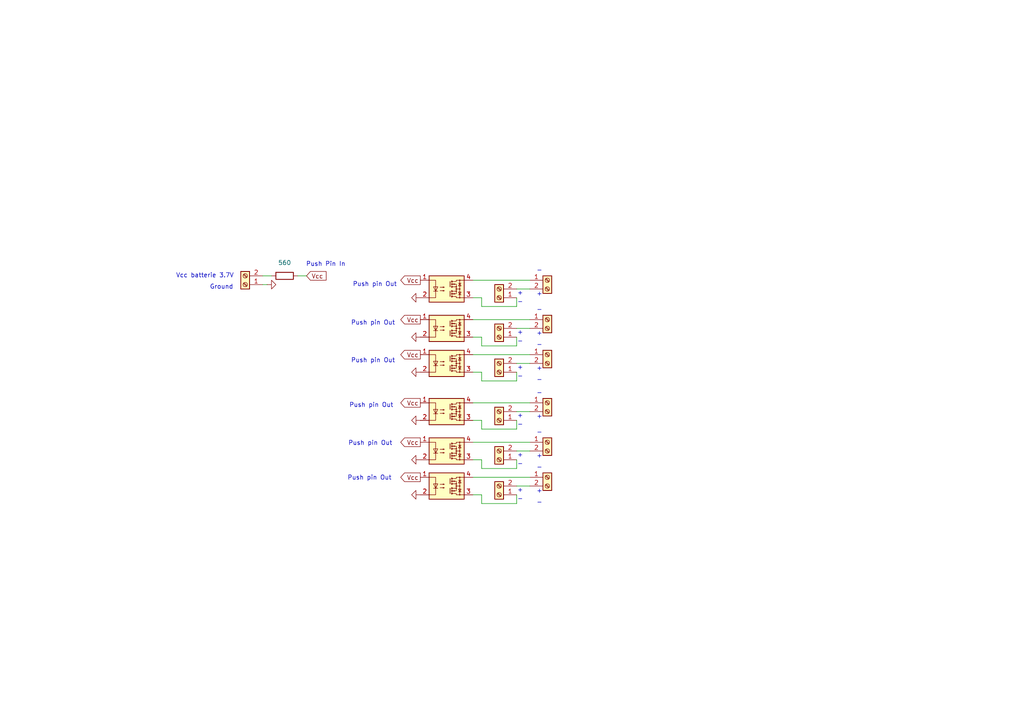
<source format=kicad_sch>
(kicad_sch
	(version 20231120)
	(generator "eeschema")
	(generator_version "8.0")
	(uuid "289b8934-f20e-47f8-ad59-8e1c99a8e72f")
	(paper "A4")
	(lib_symbols
		(symbol "Connector:Screw_Terminal_01x02"
			(pin_names
				(offset 1.016) hide)
			(exclude_from_sim no)
			(in_bom yes)
			(on_board yes)
			(property "Reference" "J"
				(at 0 2.54 0)
				(effects
					(font
						(size 1.27 1.27)
					)
				)
			)
			(property "Value" "Screw_Terminal_01x02"
				(at 0 -5.08 0)
				(effects
					(font
						(size 1.27 1.27)
					)
				)
			)
			(property "Footprint" ""
				(at 0 0 0)
				(effects
					(font
						(size 1.27 1.27)
					)
					(hide yes)
				)
			)
			(property "Datasheet" "~"
				(at 0 0 0)
				(effects
					(font
						(size 1.27 1.27)
					)
					(hide yes)
				)
			)
			(property "Description" "Generic screw terminal, single row, 01x02, script generated (kicad-library-utils/schlib/autogen/connector/)"
				(at 0 0 0)
				(effects
					(font
						(size 1.27 1.27)
					)
					(hide yes)
				)
			)
			(property "ki_keywords" "screw terminal"
				(at 0 0 0)
				(effects
					(font
						(size 1.27 1.27)
					)
					(hide yes)
				)
			)
			(property "ki_fp_filters" "TerminalBlock*:*"
				(at 0 0 0)
				(effects
					(font
						(size 1.27 1.27)
					)
					(hide yes)
				)
			)
			(symbol "Screw_Terminal_01x02_1_1"
				(rectangle
					(start -1.27 1.27)
					(end 1.27 -3.81)
					(stroke
						(width 0.254)
						(type default)
					)
					(fill
						(type background)
					)
				)
				(circle
					(center 0 -2.54)
					(radius 0.635)
					(stroke
						(width 0.1524)
						(type default)
					)
					(fill
						(type none)
					)
				)
				(polyline
					(pts
						(xy -0.5334 -2.2098) (xy 0.3302 -3.048)
					)
					(stroke
						(width 0.1524)
						(type default)
					)
					(fill
						(type none)
					)
				)
				(polyline
					(pts
						(xy -0.5334 0.3302) (xy 0.3302 -0.508)
					)
					(stroke
						(width 0.1524)
						(type default)
					)
					(fill
						(type none)
					)
				)
				(polyline
					(pts
						(xy -0.3556 -2.032) (xy 0.508 -2.8702)
					)
					(stroke
						(width 0.1524)
						(type default)
					)
					(fill
						(type none)
					)
				)
				(polyline
					(pts
						(xy -0.3556 0.508) (xy 0.508 -0.3302)
					)
					(stroke
						(width 0.1524)
						(type default)
					)
					(fill
						(type none)
					)
				)
				(circle
					(center 0 0)
					(radius 0.635)
					(stroke
						(width 0.1524)
						(type default)
					)
					(fill
						(type none)
					)
				)
				(pin passive line
					(at -5.08 0 0)
					(length 3.81)
					(name "Pin_1"
						(effects
							(font
								(size 1.27 1.27)
							)
						)
					)
					(number "1"
						(effects
							(font
								(size 1.27 1.27)
							)
						)
					)
				)
				(pin passive line
					(at -5.08 -2.54 0)
					(length 3.81)
					(name "Pin_2"
						(effects
							(font
								(size 1.27 1.27)
							)
						)
					)
					(number "2"
						(effects
							(font
								(size 1.27 1.27)
							)
						)
					)
				)
			)
		)
		(symbol "Device:R"
			(pin_numbers hide)
			(pin_names
				(offset 0)
			)
			(exclude_from_sim no)
			(in_bom yes)
			(on_board yes)
			(property "Reference" "R"
				(at 2.032 0 90)
				(effects
					(font
						(size 1.27 1.27)
					)
				)
			)
			(property "Value" "R"
				(at 0 0 90)
				(effects
					(font
						(size 1.27 1.27)
					)
				)
			)
			(property "Footprint" ""
				(at -1.778 0 90)
				(effects
					(font
						(size 1.27 1.27)
					)
					(hide yes)
				)
			)
			(property "Datasheet" "~"
				(at 0 0 0)
				(effects
					(font
						(size 1.27 1.27)
					)
					(hide yes)
				)
			)
			(property "Description" "Resistor"
				(at 0 0 0)
				(effects
					(font
						(size 1.27 1.27)
					)
					(hide yes)
				)
			)
			(property "ki_keywords" "R res resistor"
				(at 0 0 0)
				(effects
					(font
						(size 1.27 1.27)
					)
					(hide yes)
				)
			)
			(property "ki_fp_filters" "R_*"
				(at 0 0 0)
				(effects
					(font
						(size 1.27 1.27)
					)
					(hide yes)
				)
			)
			(symbol "R_0_1"
				(rectangle
					(start -1.016 -2.54)
					(end 1.016 2.54)
					(stroke
						(width 0.254)
						(type default)
					)
					(fill
						(type none)
					)
				)
			)
			(symbol "R_1_1"
				(pin passive line
					(at 0 3.81 270)
					(length 1.27)
					(name "~"
						(effects
							(font
								(size 1.27 1.27)
							)
						)
					)
					(number "1"
						(effects
							(font
								(size 1.27 1.27)
							)
						)
					)
				)
				(pin passive line
					(at 0 -3.81 90)
					(length 1.27)
					(name "~"
						(effects
							(font
								(size 1.27 1.27)
							)
						)
					)
					(number "2"
						(effects
							(font
								(size 1.27 1.27)
							)
						)
					)
				)
			)
		)
		(symbol "Relay_SolidState:CPC1017N"
			(exclude_from_sim no)
			(in_bom yes)
			(on_board yes)
			(property "Reference" "U"
				(at -5.08 5.08 0)
				(effects
					(font
						(size 1.27 1.27)
					)
					(justify left)
				)
			)
			(property "Value" "CPC1017N"
				(at 0 5.08 0)
				(effects
					(font
						(size 1.27 1.27)
					)
					(justify left)
				)
			)
			(property "Footprint" "Package_SO:SOP-4_3.8x4.1mm_P2.54mm"
				(at -5.08 -5.08 0)
				(effects
					(font
						(size 1.27 1.27)
						(italic yes)
					)
					(justify left)
					(hide yes)
				)
			)
			(property "Datasheet" "http://www.ixysic.com/home/pdfs.nsf/www/CPC1017N.pdf/$file/CPC1017N.pdf"
				(at -1.27 0 0)
				(effects
					(font
						(size 1.27 1.27)
					)
					(justify left)
					(hide yes)
				)
			)
			(property "Description" "Form A, Solid State Relay (Photo MOSFET) 60V, 0.1A, 16Ohm, SO-4"
				(at 0 0 0)
				(effects
					(font
						(size 1.27 1.27)
					)
					(hide yes)
				)
			)
			(property "ki_keywords" "MOSFET Output Photorelay 1-Form-A"
				(at 0 0 0)
				(effects
					(font
						(size 1.27 1.27)
					)
					(hide yes)
				)
			)
			(property "ki_fp_filters" "SOP*3.8x4.1mm*P2.54mm*"
				(at 0 0 0)
				(effects
					(font
						(size 1.27 1.27)
					)
					(hide yes)
				)
			)
			(symbol "CPC1017N_0_1"
				(rectangle
					(start -5.08 3.81)
					(end 5.08 -3.81)
					(stroke
						(width 0.254)
						(type default)
					)
					(fill
						(type background)
					)
				)
				(polyline
					(pts
						(xy -3.81 -0.635) (xy -2.54 -0.635)
					)
					(stroke
						(width 0)
						(type default)
					)
					(fill
						(type none)
					)
				)
				(polyline
					(pts
						(xy 1.016 -0.635) (xy 1.016 -2.159)
					)
					(stroke
						(width 0.2032)
						(type default)
					)
					(fill
						(type none)
					)
				)
				(polyline
					(pts
						(xy 1.016 2.159) (xy 1.016 0.635)
					)
					(stroke
						(width 0.2032)
						(type default)
					)
					(fill
						(type none)
					)
				)
				(polyline
					(pts
						(xy 1.524 -0.508) (xy 1.524 -0.762)
					)
					(stroke
						(width 0.3556)
						(type default)
					)
					(fill
						(type none)
					)
				)
				(polyline
					(pts
						(xy 2.794 0) (xy 3.81 0)
					)
					(stroke
						(width 0)
						(type default)
					)
					(fill
						(type none)
					)
				)
				(polyline
					(pts
						(xy 3.429 -1.651) (xy 4.191 -1.651)
					)
					(stroke
						(width 0)
						(type default)
					)
					(fill
						(type none)
					)
				)
				(polyline
					(pts
						(xy 3.429 1.651) (xy 4.191 1.651)
					)
					(stroke
						(width 0)
						(type default)
					)
					(fill
						(type none)
					)
				)
				(polyline
					(pts
						(xy 3.81 -2.54) (xy 3.81 2.54)
					)
					(stroke
						(width 0)
						(type default)
					)
					(fill
						(type none)
					)
				)
				(polyline
					(pts
						(xy 1.524 -2.032) (xy 1.524 -2.286) (xy 1.524 -2.286)
					)
					(stroke
						(width 0.3556)
						(type default)
					)
					(fill
						(type none)
					)
				)
				(polyline
					(pts
						(xy 1.524 -1.27) (xy 1.524 -1.524) (xy 1.524 -1.524)
					)
					(stroke
						(width 0.3556)
						(type default)
					)
					(fill
						(type none)
					)
				)
				(polyline
					(pts
						(xy 1.524 0.762) (xy 1.524 0.508) (xy 1.524 0.508)
					)
					(stroke
						(width 0.3556)
						(type default)
					)
					(fill
						(type none)
					)
				)
				(polyline
					(pts
						(xy 1.524 1.524) (xy 1.524 1.27) (xy 1.524 1.27)
					)
					(stroke
						(width 0.3556)
						(type default)
					)
					(fill
						(type none)
					)
				)
				(polyline
					(pts
						(xy 1.524 2.286) (xy 1.524 2.032) (xy 1.524 2.032)
					)
					(stroke
						(width 0.3556)
						(type default)
					)
					(fill
						(type none)
					)
				)
				(polyline
					(pts
						(xy 1.651 -1.397) (xy 2.794 -1.397) (xy 2.794 -0.635)
					)
					(stroke
						(width 0)
						(type default)
					)
					(fill
						(type none)
					)
				)
				(polyline
					(pts
						(xy 1.651 1.397) (xy 2.794 1.397) (xy 2.794 0.635)
					)
					(stroke
						(width 0)
						(type default)
					)
					(fill
						(type none)
					)
				)
				(polyline
					(pts
						(xy -5.08 2.54) (xy -3.175 2.54) (xy -3.175 -2.54) (xy -5.08 -2.54)
					)
					(stroke
						(width 0)
						(type default)
					)
					(fill
						(type none)
					)
				)
				(polyline
					(pts
						(xy -3.175 -0.635) (xy -3.81 0.635) (xy -2.54 0.635) (xy -3.175 -0.635)
					)
					(stroke
						(width 0)
						(type default)
					)
					(fill
						(type none)
					)
				)
				(polyline
					(pts
						(xy 1.651 -2.159) (xy 2.794 -2.159) (xy 2.794 -2.54) (xy 5.08 -2.54)
					)
					(stroke
						(width 0)
						(type default)
					)
					(fill
						(type none)
					)
				)
				(polyline
					(pts
						(xy 1.651 -0.635) (xy 2.794 -0.635) (xy 2.794 0.635) (xy 1.651 0.635)
					)
					(stroke
						(width 0)
						(type default)
					)
					(fill
						(type none)
					)
				)
				(polyline
					(pts
						(xy 1.651 2.159) (xy 2.794 2.159) (xy 2.794 2.54) (xy 5.08 2.54)
					)
					(stroke
						(width 0)
						(type default)
					)
					(fill
						(type none)
					)
				)
				(polyline
					(pts
						(xy 1.778 -1.397) (xy 2.286 -1.27) (xy 2.286 -1.524) (xy 1.778 -1.397)
					)
					(stroke
						(width 0)
						(type default)
					)
					(fill
						(type none)
					)
				)
				(polyline
					(pts
						(xy 1.778 1.397) (xy 2.286 1.524) (xy 2.286 1.27) (xy 1.778 1.397)
					)
					(stroke
						(width 0)
						(type default)
					)
					(fill
						(type none)
					)
				)
				(polyline
					(pts
						(xy 3.81 -1.651) (xy 3.429 -0.889) (xy 4.191 -0.889) (xy 3.81 -1.651)
					)
					(stroke
						(width 0)
						(type default)
					)
					(fill
						(type none)
					)
				)
				(polyline
					(pts
						(xy 3.81 1.651) (xy 3.429 0.889) (xy 4.191 0.889) (xy 3.81 1.651)
					)
					(stroke
						(width 0)
						(type default)
					)
					(fill
						(type none)
					)
				)
				(polyline
					(pts
						(xy -1.905 -0.508) (xy -0.635 -0.508) (xy -1.016 -0.635) (xy -1.016 -0.381) (xy -0.635 -0.508)
					)
					(stroke
						(width 0)
						(type default)
					)
					(fill
						(type none)
					)
				)
				(polyline
					(pts
						(xy -1.905 0.508) (xy -0.635 0.508) (xy -1.016 0.381) (xy -1.016 0.635) (xy -0.635 0.508)
					)
					(stroke
						(width 0)
						(type default)
					)
					(fill
						(type none)
					)
				)
				(circle
					(center 2.794 -0.635)
					(radius 0.127)
					(stroke
						(width 0)
						(type default)
					)
					(fill
						(type none)
					)
				)
				(circle
					(center 2.794 0)
					(radius 0.127)
					(stroke
						(width 0)
						(type default)
					)
					(fill
						(type none)
					)
				)
				(circle
					(center 2.794 0.635)
					(radius 0.127)
					(stroke
						(width 0)
						(type default)
					)
					(fill
						(type none)
					)
				)
				(circle
					(center 3.81 -2.54)
					(radius 0.127)
					(stroke
						(width 0)
						(type default)
					)
					(fill
						(type none)
					)
				)
				(circle
					(center 3.81 0)
					(radius 0.127)
					(stroke
						(width 0)
						(type default)
					)
					(fill
						(type none)
					)
				)
				(circle
					(center 3.81 2.54)
					(radius 0.127)
					(stroke
						(width 0)
						(type default)
					)
					(fill
						(type none)
					)
				)
			)
			(symbol "CPC1017N_1_1"
				(pin passive line
					(at -7.62 2.54 0)
					(length 2.54)
					(name "~"
						(effects
							(font
								(size 1.27 1.27)
							)
						)
					)
					(number "1"
						(effects
							(font
								(size 1.27 1.27)
							)
						)
					)
				)
				(pin passive line
					(at -7.62 -2.54 0)
					(length 2.54)
					(name "~"
						(effects
							(font
								(size 1.27 1.27)
							)
						)
					)
					(number "2"
						(effects
							(font
								(size 1.27 1.27)
							)
						)
					)
				)
				(pin passive line
					(at 7.62 -2.54 180)
					(length 2.54)
					(name "~"
						(effects
							(font
								(size 1.27 1.27)
							)
						)
					)
					(number "3"
						(effects
							(font
								(size 1.27 1.27)
							)
						)
					)
				)
				(pin passive line
					(at 7.62 2.54 180)
					(length 2.54)
					(name "~"
						(effects
							(font
								(size 1.27 1.27)
							)
						)
					)
					(number "4"
						(effects
							(font
								(size 1.27 1.27)
							)
						)
					)
				)
			)
		)
		(symbol "power:GND"
			(power)
			(pin_numbers hide)
			(pin_names
				(offset 0) hide)
			(exclude_from_sim no)
			(in_bom yes)
			(on_board yes)
			(property "Reference" "#PWR"
				(at 0 -6.35 0)
				(effects
					(font
						(size 1.27 1.27)
					)
					(hide yes)
				)
			)
			(property "Value" "GND"
				(at 0 -3.81 0)
				(effects
					(font
						(size 1.27 1.27)
					)
				)
			)
			(property "Footprint" ""
				(at 0 0 0)
				(effects
					(font
						(size 1.27 1.27)
					)
					(hide yes)
				)
			)
			(property "Datasheet" ""
				(at 0 0 0)
				(effects
					(font
						(size 1.27 1.27)
					)
					(hide yes)
				)
			)
			(property "Description" "Power symbol creates a global label with name \"GND\" , ground"
				(at 0 0 0)
				(effects
					(font
						(size 1.27 1.27)
					)
					(hide yes)
				)
			)
			(property "ki_keywords" "global power"
				(at 0 0 0)
				(effects
					(font
						(size 1.27 1.27)
					)
					(hide yes)
				)
			)
			(symbol "GND_0_1"
				(polyline
					(pts
						(xy 0 0) (xy 0 -1.27) (xy 1.27 -1.27) (xy 0 -2.54) (xy -1.27 -1.27) (xy 0 -1.27)
					)
					(stroke
						(width 0)
						(type default)
					)
					(fill
						(type none)
					)
				)
			)
			(symbol "GND_1_1"
				(pin power_in line
					(at 0 0 270)
					(length 0)
					(name "~"
						(effects
							(font
								(size 1.27 1.27)
							)
						)
					)
					(number "1"
						(effects
							(font
								(size 1.27 1.27)
							)
						)
					)
				)
			)
		)
	)
	(wire
		(pts
			(xy 139.7 86.36) (xy 137.16 86.36)
		)
		(stroke
			(width 0)
			(type default)
		)
		(uuid "028b5163-d2d4-466d-8f1d-b484f7a71d9e")
	)
	(wire
		(pts
			(xy 139.7 100.33) (xy 139.7 97.79)
		)
		(stroke
			(width 0)
			(type default)
		)
		(uuid "0db07795-63bc-40dc-98ef-a91e7350c322")
	)
	(wire
		(pts
			(xy 149.86 86.36) (xy 149.86 88.9)
		)
		(stroke
			(width 0)
			(type default)
		)
		(uuid "112e15ea-c59d-4acb-afc6-23077ee4e2b3")
	)
	(wire
		(pts
			(xy 149.86 143.51) (xy 149.86 146.05)
		)
		(stroke
			(width 0)
			(type default)
		)
		(uuid "1ae581dd-0f0c-4a5b-b0af-689d3923e1c9")
	)
	(wire
		(pts
			(xy 153.67 128.27) (xy 137.16 128.27)
		)
		(stroke
			(width 0)
			(type default)
		)
		(uuid "1c92d04d-73fc-4e63-84ef-c8e1233e03a7")
	)
	(wire
		(pts
			(xy 139.7 146.05) (xy 139.7 143.51)
		)
		(stroke
			(width 0)
			(type default)
		)
		(uuid "2041826a-bef9-46f2-bd9e-11203161d57b")
	)
	(wire
		(pts
			(xy 153.67 92.71) (xy 137.16 92.71)
		)
		(stroke
			(width 0)
			(type default)
		)
		(uuid "20bdf858-6bd6-4214-9224-aab89ec5ac3f")
	)
	(wire
		(pts
			(xy 78.74 80.01) (xy 76.2 80.01)
		)
		(stroke
			(width 0)
			(type default)
		)
		(uuid "23600b12-9720-44b1-8cf6-167a10838e62")
	)
	(wire
		(pts
			(xy 139.7 107.95) (xy 137.16 107.95)
		)
		(stroke
			(width 0)
			(type default)
		)
		(uuid "24c48eff-237e-4d60-8b63-f9a09bb245f1")
	)
	(wire
		(pts
			(xy 153.67 140.97) (xy 149.86 140.97)
		)
		(stroke
			(width 0)
			(type default)
		)
		(uuid "344c3522-d146-4b89-a5e4-97a2f422040d")
	)
	(wire
		(pts
			(xy 149.86 124.46) (xy 139.7 124.46)
		)
		(stroke
			(width 0)
			(type default)
		)
		(uuid "3c96a688-4375-459f-bc2c-0344ac4bd264")
	)
	(wire
		(pts
			(xy 153.67 119.38) (xy 149.86 119.38)
		)
		(stroke
			(width 0)
			(type default)
		)
		(uuid "42a99013-eb92-47ac-a28e-8145bed1a208")
	)
	(wire
		(pts
			(xy 149.86 88.9) (xy 139.7 88.9)
		)
		(stroke
			(width 0)
			(type default)
		)
		(uuid "4d154b0d-12a8-4237-9c1f-b18f8fb96cb3")
	)
	(wire
		(pts
			(xy 153.67 130.81) (xy 149.86 130.81)
		)
		(stroke
			(width 0)
			(type default)
		)
		(uuid "522d0e96-c19f-437f-9661-23e93b152a4f")
	)
	(wire
		(pts
			(xy 149.86 121.92) (xy 149.86 124.46)
		)
		(stroke
			(width 0)
			(type default)
		)
		(uuid "531d8e64-cff5-47f6-998b-5be67f39edc6")
	)
	(wire
		(pts
			(xy 139.7 135.89) (xy 139.7 133.35)
		)
		(stroke
			(width 0)
			(type default)
		)
		(uuid "5535c741-b029-4a14-81ff-6698680778ac")
	)
	(wire
		(pts
			(xy 139.7 88.9) (xy 139.7 86.36)
		)
		(stroke
			(width 0)
			(type default)
		)
		(uuid "6c4d9faf-5da3-4a8e-8c39-6b3fad2bafb5")
	)
	(wire
		(pts
			(xy 149.86 100.33) (xy 139.7 100.33)
		)
		(stroke
			(width 0)
			(type default)
		)
		(uuid "6d276c1e-0dac-4fdd-9047-ba8b307d0669")
	)
	(wire
		(pts
			(xy 149.86 83.82) (xy 153.67 83.82)
		)
		(stroke
			(width 0)
			(type default)
		)
		(uuid "717a72d0-9712-4531-9ee1-527eec455371")
	)
	(wire
		(pts
			(xy 153.67 116.84) (xy 137.16 116.84)
		)
		(stroke
			(width 0)
			(type default)
		)
		(uuid "721d90bf-0227-4ef3-b8be-9865a7e2eb54")
	)
	(wire
		(pts
			(xy 149.86 110.49) (xy 139.7 110.49)
		)
		(stroke
			(width 0)
			(type default)
		)
		(uuid "795cbafc-4c6b-435d-86df-18efdc977f02")
	)
	(wire
		(pts
			(xy 139.7 124.46) (xy 139.7 121.92)
		)
		(stroke
			(width 0)
			(type default)
		)
		(uuid "7ed8e907-e6b2-4eef-9469-bd0dc5ff52e5")
	)
	(wire
		(pts
			(xy 76.2 82.55) (xy 77.47 82.55)
		)
		(stroke
			(width 0)
			(type default)
		)
		(uuid "874313c1-cc07-412f-bce9-12213695185d")
	)
	(wire
		(pts
			(xy 153.67 95.25) (xy 149.86 95.25)
		)
		(stroke
			(width 0)
			(type default)
		)
		(uuid "87ae5bd2-85e4-4a68-813a-5e88938ce3d2")
	)
	(wire
		(pts
			(xy 139.7 143.51) (xy 137.16 143.51)
		)
		(stroke
			(width 0)
			(type default)
		)
		(uuid "8a0fd421-1c1d-45ff-abcf-a2de1064056d")
	)
	(wire
		(pts
			(xy 149.86 135.89) (xy 139.7 135.89)
		)
		(stroke
			(width 0)
			(type default)
		)
		(uuid "918c812d-30de-4e02-b536-81bdb2cec9b1")
	)
	(wire
		(pts
			(xy 139.7 110.49) (xy 139.7 107.95)
		)
		(stroke
			(width 0)
			(type default)
		)
		(uuid "9994f609-e465-413b-8822-523d01f80e46")
	)
	(wire
		(pts
			(xy 149.86 146.05) (xy 139.7 146.05)
		)
		(stroke
			(width 0)
			(type default)
		)
		(uuid "a611b1c0-a471-452c-8555-becb97d06b7b")
	)
	(wire
		(pts
			(xy 149.86 97.79) (xy 149.86 100.33)
		)
		(stroke
			(width 0)
			(type default)
		)
		(uuid "a8d23be4-75bd-4306-abfc-6cf1531ea12f")
	)
	(wire
		(pts
			(xy 149.86 133.35) (xy 149.86 135.89)
		)
		(stroke
			(width 0)
			(type default)
		)
		(uuid "bbbe25c8-23f7-42e9-8cf4-a8efbe4363c4")
	)
	(wire
		(pts
			(xy 153.67 102.87) (xy 137.16 102.87)
		)
		(stroke
			(width 0)
			(type default)
		)
		(uuid "c04a5166-8eec-475a-9213-8e97e1b5b674")
	)
	(wire
		(pts
			(xy 139.7 121.92) (xy 137.16 121.92)
		)
		(stroke
			(width 0)
			(type default)
		)
		(uuid "c2e1169c-5b5b-4567-aec4-894f24c92f1f")
	)
	(wire
		(pts
			(xy 88.9 80.01) (xy 86.36 80.01)
		)
		(stroke
			(width 0)
			(type default)
		)
		(uuid "ce98d11d-1ebc-41d5-9797-2fadf80211c7")
	)
	(wire
		(pts
			(xy 153.67 105.41) (xy 149.86 105.41)
		)
		(stroke
			(width 0)
			(type default)
		)
		(uuid "d77b8ca8-6a64-4c77-8988-53951cdcf41c")
	)
	(wire
		(pts
			(xy 153.67 138.43) (xy 137.16 138.43)
		)
		(stroke
			(width 0)
			(type default)
		)
		(uuid "e4b7ae0e-32b5-4d30-a592-15123fc22e14")
	)
	(wire
		(pts
			(xy 139.7 133.35) (xy 137.16 133.35)
		)
		(stroke
			(width 0)
			(type default)
		)
		(uuid "e58cc896-6d2b-4c46-bfe1-2a7eedf47109")
	)
	(wire
		(pts
			(xy 153.67 81.28) (xy 137.16 81.28)
		)
		(stroke
			(width 0)
			(type default)
		)
		(uuid "f58b2c8c-dbda-4579-962a-fd0404c077a2")
	)
	(wire
		(pts
			(xy 149.86 107.95) (xy 149.86 110.49)
		)
		(stroke
			(width 0)
			(type default)
		)
		(uuid "f7cee78f-94b1-4210-b159-c225aad49009")
	)
	(wire
		(pts
			(xy 139.7 97.79) (xy 137.16 97.79)
		)
		(stroke
			(width 0)
			(type default)
		)
		(uuid "fd5339ad-05f2-47c7-8621-e9dec7782899")
	)
	(text "+"
		(exclude_from_sim no)
		(at 150.876 85.09 0)
		(effects
			(font
				(size 1.27 1.27)
			)
		)
		(uuid "00f65e52-0da0-4475-bf70-0dbe98daf69e")
	)
	(text "-"
		(exclude_from_sim no)
		(at 150.876 99.06 0)
		(effects
			(font
				(size 1.27 1.27)
			)
		)
		(uuid "0abf8422-582c-4361-8be9-c2abd59f44a2")
	)
	(text "Vcc batterie 3.7V"
		(exclude_from_sim no)
		(at 59.436 80.01 0)
		(effects
			(font
				(size 1.27 1.27)
			)
		)
		(uuid "0bf8cbd1-f00b-4a37-81d9-77c82cfedd77")
	)
	(text "-"
		(exclude_from_sim no)
		(at 150.876 144.78 0)
		(effects
			(font
				(size 1.27 1.27)
			)
		)
		(uuid "14e0f5bb-65a5-4cce-af06-4977caf4d38a")
	)
	(text "+"
		(exclude_from_sim no)
		(at 150.876 96.52 0)
		(effects
			(font
				(size 1.27 1.27)
			)
		)
		(uuid "243bda70-fd80-4045-bd7b-7595e3626624")
	)
	(text "Push pin Out"
		(exclude_from_sim no)
		(at 108.712 82.55 0)
		(effects
			(font
				(size 1.27 1.27)
			)
		)
		(uuid "2bb8e958-667e-41c2-9da8-caeb1a67d004")
	)
	(text "+"
		(exclude_from_sim no)
		(at 156.464 85.344 0)
		(effects
			(font
				(size 1.27 1.27)
			)
		)
		(uuid "30654e65-e45c-4f14-b07f-6bcb34ddeb21")
	)
	(text "+"
		(exclude_from_sim no)
		(at 150.876 132.08 0)
		(effects
			(font
				(size 1.27 1.27)
			)
		)
		(uuid "467210bb-4fd7-4630-ad2a-5faf63ded19f")
	)
	(text "-"
		(exclude_from_sim no)
		(at 150.876 123.19 0)
		(effects
			(font
				(size 1.27 1.27)
			)
		)
		(uuid "4aa5c141-dc8c-4380-a7b3-9635967e6b5f")
	)
	(text "+"
		(exclude_from_sim no)
		(at 150.876 106.68 0)
		(effects
			(font
				(size 1.27 1.27)
			)
		)
		(uuid "65946a76-9fa5-4285-82d1-1d0eacc9075e")
	)
	(text "Push Pin In"
		(exclude_from_sim no)
		(at 94.488 76.708 0)
		(effects
			(font
				(size 1.27 1.27)
			)
		)
		(uuid "6a2ff380-6acc-4b4a-9abe-8840d5f46b0b")
	)
	(text "+"
		(exclude_from_sim no)
		(at 150.876 120.65 0)
		(effects
			(font
				(size 1.27 1.27)
			)
		)
		(uuid "71917223-9afe-4d34-bae2-c47a5f8e03de")
	)
	(text "Push pin Out"
		(exclude_from_sim no)
		(at 108.204 104.648 0)
		(effects
			(font
				(size 1.27 1.27)
			)
		)
		(uuid "7506c62c-6990-487e-afc5-fae334e5ce41")
	)
	(text "-"
		(exclude_from_sim no)
		(at 156.464 100.076 0)
		(effects
			(font
				(size 1.27 1.27)
			)
		)
		(uuid "75bddd57-d851-4c89-8dfa-69a14f3774cc")
	)
	(text "-"
		(exclude_from_sim no)
		(at 156.464 78.486 0)
		(effects
			(font
				(size 1.27 1.27)
			)
		)
		(uuid "87628fd5-84d9-4016-85ae-afb3dab5659e")
	)
	(text "+"
		(exclude_from_sim no)
		(at 156.464 120.904 0)
		(effects
			(font
				(size 1.27 1.27)
			)
		)
		(uuid "8e91ab32-9243-4114-a283-662be17dfb22")
	)
	(text "-"
		(exclude_from_sim no)
		(at 156.464 135.636 0)
		(effects
			(font
				(size 1.27 1.27)
			)
		)
		(uuid "8e966f28-6804-4a0e-8f5e-7fd8a195b0b3")
	)
	(text "+"
		(exclude_from_sim no)
		(at 156.464 132.334 0)
		(effects
			(font
				(size 1.27 1.27)
			)
		)
		(uuid "8eefab05-2b8e-4ca7-9e23-b092124a95e1")
	)
	(text "+"
		(exclude_from_sim no)
		(at 150.876 142.24 0)
		(effects
			(font
				(size 1.27 1.27)
			)
		)
		(uuid "915f0ca1-2c82-42ba-86de-d96124d0446a")
	)
	(text "-"
		(exclude_from_sim no)
		(at 150.876 134.62 0)
		(effects
			(font
				(size 1.27 1.27)
			)
		)
		(uuid "94815108-4d69-4fd0-a553-052d2b08d5db")
	)
	(text "-"
		(exclude_from_sim no)
		(at 156.464 110.236 0)
		(effects
			(font
				(size 1.27 1.27)
			)
		)
		(uuid "9c9731c5-47c1-40fa-b50c-4df4e673e1c9")
	)
	(text "-"
		(exclude_from_sim no)
		(at 150.876 109.22 0)
		(effects
			(font
				(size 1.27 1.27)
			)
		)
		(uuid "a39d6d29-e196-4e4b-8f5a-4b97f602fcd6")
	)
	(text "Push pin Out"
		(exclude_from_sim no)
		(at 107.696 117.602 0)
		(effects
			(font
				(size 1.27 1.27)
			)
		)
		(uuid "b377af4f-0f86-4aa1-bf7d-f36e7d49b7de")
	)
	(text "-"
		(exclude_from_sim no)
		(at 156.464 114.046 0)
		(effects
			(font
				(size 1.27 1.27)
			)
		)
		(uuid "b4013468-66ca-40cb-9292-364498a11629")
	)
	(text "+"
		(exclude_from_sim no)
		(at 156.464 96.774 0)
		(effects
			(font
				(size 1.27 1.27)
			)
		)
		(uuid "c0ffa210-41ff-42ad-a013-85218d47e7fe")
	)
	(text "Ground"
		(exclude_from_sim no)
		(at 64.262 83.312 0)
		(effects
			(font
				(size 1.27 1.27)
			)
		)
		(uuid "c83fdcef-21d1-47eb-870f-64b84bb14874")
	)
	(text "+"
		(exclude_from_sim no)
		(at 156.464 142.494 0)
		(effects
			(font
				(size 1.27 1.27)
			)
		)
		(uuid "ccd69c41-62be-46d0-9b8b-f7d9cf5f33ac")
	)
	(text "Push pin Out"
		(exclude_from_sim no)
		(at 107.188 138.684 0)
		(effects
			(font
				(size 1.27 1.27)
			)
		)
		(uuid "cd3e65cc-ec4e-4e6c-9a9e-28d711439ad8")
	)
	(text "-"
		(exclude_from_sim no)
		(at 156.464 125.476 0)
		(effects
			(font
				(size 1.27 1.27)
			)
		)
		(uuid "cf656013-c980-4b2a-8a29-337034febe31")
	)
	(text "+"
		(exclude_from_sim no)
		(at 156.464 106.934 0)
		(effects
			(font
				(size 1.27 1.27)
			)
		)
		(uuid "d7d88f22-da13-46fb-8f79-14d62d334e1b")
	)
	(text "-"
		(exclude_from_sim no)
		(at 156.464 89.916 0)
		(effects
			(font
				(size 1.27 1.27)
			)
		)
		(uuid "d800536a-da53-4d9a-bb49-e43c1a091dd3")
	)
	(text "Push pin Out"
		(exclude_from_sim no)
		(at 108.204 93.726 0)
		(effects
			(font
				(size 1.27 1.27)
			)
		)
		(uuid "e236396b-c644-44fa-8d25-4b740ec10549")
	)
	(text "Push pin Out"
		(exclude_from_sim no)
		(at 107.4124 128.6187 0)
		(effects
			(font
				(size 1.27 1.27)
			)
		)
		(uuid "e60814a6-9001-4df9-93c5-64083aff4963")
	)
	(text "-"
		(exclude_from_sim no)
		(at 150.876 87.63 0)
		(effects
			(font
				(size 1.27 1.27)
			)
		)
		(uuid "ebbe0286-bf8b-4a3e-b675-37b10b54de1e")
	)
	(text "-"
		(exclude_from_sim no)
		(at 156.464 145.796 0)
		(effects
			(font
				(size 1.27 1.27)
			)
		)
		(uuid "f2a7fb45-278e-4e9a-acfc-91f3b9078ed0")
	)
	(global_label "Vcc"
		(shape output)
		(at 121.92 116.84 180)
		(fields_autoplaced yes)
		(effects
			(font
				(size 1.27 1.27)
			)
			(justify right)
		)
		(uuid "0992ee20-aed7-46af-b350-f85de7e7284e")
		(property "Intersheetrefs" "${INTERSHEET_REFS}"
			(at 115.669 116.84 0)
			(effects
				(font
					(size 1.27 1.27)
				)
				(justify right)
				(hide yes)
			)
		)
	)
	(global_label "Vcc"
		(shape input)
		(at 88.9 80.01 0)
		(fields_autoplaced yes)
		(effects
			(font
				(size 1.27 1.27)
			)
			(justify left)
		)
		(uuid "673744db-42b6-4673-92df-e29fa09cd80e")
		(property "Intersheetrefs" "${INTERSHEET_REFS}"
			(at 95.151 80.01 0)
			(effects
				(font
					(size 1.27 1.27)
				)
				(justify left)
				(hide yes)
			)
		)
	)
	(global_label "Vcc"
		(shape output)
		(at 121.92 81.28 180)
		(fields_autoplaced yes)
		(effects
			(font
				(size 1.27 1.27)
			)
			(justify right)
		)
		(uuid "9d28ec34-c7f1-4859-a39b-76021876f661")
		(property "Intersheetrefs" "${INTERSHEET_REFS}"
			(at 115.669 81.28 0)
			(effects
				(font
					(size 1.27 1.27)
				)
				(justify right)
				(hide yes)
			)
		)
	)
	(global_label "Vcc"
		(shape output)
		(at 121.92 128.27 180)
		(fields_autoplaced yes)
		(effects
			(font
				(size 1.27 1.27)
			)
			(justify right)
		)
		(uuid "de3da47e-14af-4d3e-9b9f-4f6dd3321d4b")
		(property "Intersheetrefs" "${INTERSHEET_REFS}"
			(at 115.669 128.27 0)
			(effects
				(font
					(size 1.27 1.27)
				)
				(justify right)
				(hide yes)
			)
		)
	)
	(global_label "Vcc"
		(shape output)
		(at 121.92 92.71 180)
		(fields_autoplaced yes)
		(effects
			(font
				(size 1.27 1.27)
			)
			(justify right)
		)
		(uuid "e6003472-1324-4e4c-af0c-6aa0465362ce")
		(property "Intersheetrefs" "${INTERSHEET_REFS}"
			(at 115.669 92.71 0)
			(effects
				(font
					(size 1.27 1.27)
				)
				(justify right)
				(hide yes)
			)
		)
	)
	(global_label "Vcc"
		(shape output)
		(at 121.92 102.87 180)
		(fields_autoplaced yes)
		(effects
			(font
				(size 1.27 1.27)
			)
			(justify right)
		)
		(uuid "fad1fef5-fa76-44af-b826-a70a9a219879")
		(property "Intersheetrefs" "${INTERSHEET_REFS}"
			(at 115.669 102.87 0)
			(effects
				(font
					(size 1.27 1.27)
				)
				(justify right)
				(hide yes)
			)
		)
	)
	(global_label "Vcc"
		(shape output)
		(at 121.92 138.43 180)
		(fields_autoplaced yes)
		(effects
			(font
				(size 1.27 1.27)
			)
			(justify right)
		)
		(uuid "ffa9c082-9893-476e-aabb-8fff07d794b1")
		(property "Intersheetrefs" "${INTERSHEET_REFS}"
			(at 115.669 138.43 0)
			(effects
				(font
					(size 1.27 1.27)
				)
				(justify right)
				(hide yes)
			)
		)
	)
	(symbol
		(lib_id "Relay_SolidState:CPC1017N")
		(at 129.54 95.25 0)
		(unit 1)
		(exclude_from_sim no)
		(in_bom yes)
		(on_board yes)
		(dnp no)
		(fields_autoplaced yes)
		(uuid "022cb361-5431-452d-9b2b-f2e13748a7cc")
		(property "Reference" "U2"
			(at 129.54 86.36 0)
			(effects
				(font
					(size 1.27 1.27)
				)
				(hide yes)
			)
		)
		(property "Value" "CPC1017N"
			(at 129.54 88.9 0)
			(effects
				(font
					(size 1.27 1.27)
				)
				(hide yes)
			)
		)
		(property "Footprint" "Package_SO:SOP-4_3.8x4.1mm_P2.54mm"
			(at 124.46 100.33 0)
			(effects
				(font
					(size 1.27 1.27)
					(italic yes)
				)
				(justify left)
				(hide yes)
			)
		)
		(property "Datasheet" "http://www.ixysic.com/home/pdfs.nsf/www/CPC1017N.pdf/$file/CPC1017N.pdf"
			(at 128.27 95.25 0)
			(effects
				(font
					(size 1.27 1.27)
				)
				(justify left)
				(hide yes)
			)
		)
		(property "Description" "Form A, Solid State Relay (Photo MOSFET) 60V, 0.1A, 16Ohm, SO-4"
			(at 129.54 95.25 0)
			(effects
				(font
					(size 1.27 1.27)
				)
				(hide yes)
			)
		)
		(property "LCSC Part #" "C2760365"
			(at 129.54 95.25 0)
			(effects
				(font
					(size 1.27 1.27)
				)
				(hide yes)
			)
		)
		(pin "4"
			(uuid "ec508dca-bc73-4469-bfb2-95eb9e4af05e")
		)
		(pin "1"
			(uuid "f4584543-2a77-48c8-b815-4503a1755488")
		)
		(pin "3"
			(uuid "48a2033b-b573-4164-b62e-6ddf477679ca")
		)
		(pin "2"
			(uuid "041ff3a2-0113-443c-9e49-df7273cb9c6a")
		)
		(instances
			(project "Push Pin 2"
				(path "/289b8934-f20e-47f8-ad59-8e1c99a8e72f"
					(reference "U2")
					(unit 1)
				)
			)
		)
	)
	(symbol
		(lib_id "Connector:Screw_Terminal_01x02")
		(at 158.75 92.71 0)
		(unit 1)
		(exclude_from_sim no)
		(in_bom yes)
		(on_board yes)
		(dnp no)
		(fields_autoplaced yes)
		(uuid "105aa754-211b-40ff-8f15-4c2d56c632fa")
		(property "Reference" "J5"
			(at 158.75 101.6 0)
			(effects
				(font
					(size 1.27 1.27)
				)
				(hide yes)
			)
		)
		(property "Value" "Screw_Terminal_01x02"
			(at 158.75 99.06 0)
			(effects
				(font
					(size 1.27 1.27)
				)
				(hide yes)
			)
		)
		(property "Footprint" "Connector_AMASS:AMASS_XT30U-M_1x02_P5.0mm_Vertical"
			(at 158.75 92.71 0)
			(effects
				(font
					(size 1.27 1.27)
				)
				(hide yes)
			)
		)
		(property "Datasheet" "~"
			(at 158.75 92.71 0)
			(effects
				(font
					(size 1.27 1.27)
				)
				(hide yes)
			)
		)
		(property "Description" "Generic screw terminal, single row, 01x02, script generated (kicad-library-utils/schlib/autogen/connector/)"
			(at 158.75 92.71 0)
			(effects
				(font
					(size 1.27 1.27)
				)
				(hide yes)
			)
		)
		(property "LCSC Part #" "C129184"
			(at 158.75 92.71 0)
			(effects
				(font
					(size 1.27 1.27)
				)
				(hide yes)
			)
		)
		(pin "2"
			(uuid "1eb63e62-cf80-4040-928f-8e6f079bae6d")
		)
		(pin "1"
			(uuid "b962c294-8a48-44b6-8287-95837ff78079")
		)
		(instances
			(project "Push Pin 2"
				(path "/289b8934-f20e-47f8-ad59-8e1c99a8e72f"
					(reference "J5")
					(unit 1)
				)
			)
		)
	)
	(symbol
		(lib_id "Connector:Screw_Terminal_01x02")
		(at 158.75 116.84 0)
		(unit 1)
		(exclude_from_sim no)
		(in_bom yes)
		(on_board yes)
		(dnp no)
		(fields_autoplaced yes)
		(uuid "285f06bf-4136-4955-b782-f529cb4b130a")
		(property "Reference" "J11"
			(at 158.75 125.73 0)
			(effects
				(font
					(size 1.27 1.27)
				)
				(hide yes)
			)
		)
		(property "Value" "Screw_Terminal_01x02"
			(at 158.75 123.19 0)
			(effects
				(font
					(size 1.27 1.27)
				)
				(hide yes)
			)
		)
		(property "Footprint" "Connector_AMASS:AMASS_XT30U-M_1x02_P5.0mm_Vertical"
			(at 158.75 116.84 0)
			(effects
				(font
					(size 1.27 1.27)
				)
				(hide yes)
			)
		)
		(property "Datasheet" "~"
			(at 158.75 116.84 0)
			(effects
				(font
					(size 1.27 1.27)
				)
				(hide yes)
			)
		)
		(property "Description" "Generic screw terminal, single row, 01x02, script generated (kicad-library-utils/schlib/autogen/connector/)"
			(at 158.75 116.84 0)
			(effects
				(font
					(size 1.27 1.27)
				)
				(hide yes)
			)
		)
		(property "LCSC Part #" "C129184"
			(at 158.75 116.84 0)
			(effects
				(font
					(size 1.27 1.27)
				)
				(hide yes)
			)
		)
		(pin "2"
			(uuid "0db2bc0e-435a-401b-97c2-7c0122ef2c5e")
		)
		(pin "1"
			(uuid "fab8530a-7a9f-4e0b-8c09-c07f08023125")
		)
		(instances
			(project "Push Pin 2"
				(path "/289b8934-f20e-47f8-ad59-8e1c99a8e72f"
					(reference "J11")
					(unit 1)
				)
			)
		)
	)
	(symbol
		(lib_id "Connector:Screw_Terminal_01x02")
		(at 144.78 133.35 180)
		(unit 1)
		(exclude_from_sim no)
		(in_bom yes)
		(on_board yes)
		(dnp no)
		(fields_autoplaced yes)
		(uuid "2df7ac4f-182b-42ac-a1d7-4bab0bc3600f")
		(property "Reference" "J9"
			(at 144.78 124.46 0)
			(effects
				(font
					(size 1.27 1.27)
				)
				(hide yes)
			)
		)
		(property "Value" "Screw_Terminal_01x02"
			(at 144.78 127 0)
			(effects
				(font
					(size 1.27 1.27)
				)
				(hide yes)
			)
		)
		(property "Footprint" "Connector_AMASS:AMASS_XT30U-M_1x02_P5.0mm_Vertical"
			(at 144.78 133.35 0)
			(effects
				(font
					(size 1.27 1.27)
				)
				(hide yes)
			)
		)
		(property "Datasheet" "~"
			(at 144.78 133.35 0)
			(effects
				(font
					(size 1.27 1.27)
				)
				(hide yes)
			)
		)
		(property "Description" "Generic screw terminal, single row, 01x02, script generated (kicad-library-utils/schlib/autogen/connector/)"
			(at 144.78 133.35 0)
			(effects
				(font
					(size 1.27 1.27)
				)
				(hide yes)
			)
		)
		(property "LCSC Part #" "C129184"
			(at 144.78 133.35 0)
			(effects
				(font
					(size 1.27 1.27)
				)
				(hide yes)
			)
		)
		(pin "2"
			(uuid "5b57f080-fa65-4a7e-80ad-bf19748adc27")
		)
		(pin "1"
			(uuid "1c516a8e-24ad-436a-80eb-8b35768d9f37")
		)
		(instances
			(project "Push Pin 2"
				(path "/289b8934-f20e-47f8-ad59-8e1c99a8e72f"
					(reference "J9")
					(unit 1)
				)
			)
		)
	)
	(symbol
		(lib_id "power:GND")
		(at 121.92 107.95 270)
		(unit 1)
		(exclude_from_sim no)
		(in_bom yes)
		(on_board yes)
		(dnp no)
		(fields_autoplaced yes)
		(uuid "34c8767f-b29d-431d-8de0-72ca221df458")
		(property "Reference" "#PWR04"
			(at 115.57 107.95 0)
			(effects
				(font
					(size 1.27 1.27)
				)
				(hide yes)
			)
		)
		(property "Value" "GND"
			(at 118.11 107.9501 90)
			(effects
				(font
					(size 1.27 1.27)
				)
				(justify right)
				(hide yes)
			)
		)
		(property "Footprint" ""
			(at 121.92 107.95 0)
			(effects
				(font
					(size 1.27 1.27)
				)
				(hide yes)
			)
		)
		(property "Datasheet" ""
			(at 121.92 107.95 0)
			(effects
				(font
					(size 1.27 1.27)
				)
				(hide yes)
			)
		)
		(property "Description" "Power symbol creates a global label with name \"GND\" , ground"
			(at 121.92 107.95 0)
			(effects
				(font
					(size 1.27 1.27)
				)
				(hide yes)
			)
		)
		(pin "1"
			(uuid "c03828e6-3a9a-4a36-85f4-12a82931735d")
		)
		(instances
			(project "Push Pin 2"
				(path "/289b8934-f20e-47f8-ad59-8e1c99a8e72f"
					(reference "#PWR04")
					(unit 1)
				)
			)
		)
	)
	(symbol
		(lib_id "power:GND")
		(at 121.92 143.51 270)
		(unit 1)
		(exclude_from_sim no)
		(in_bom yes)
		(on_board yes)
		(dnp no)
		(fields_autoplaced yes)
		(uuid "3759496f-c300-4fbb-997c-4df5b60c8cec")
		(property "Reference" "#PWR07"
			(at 115.57 143.51 0)
			(effects
				(font
					(size 1.27 1.27)
				)
				(hide yes)
			)
		)
		(property "Value" "GND"
			(at 118.11 143.5101 90)
			(effects
				(font
					(size 1.27 1.27)
				)
				(justify right)
				(hide yes)
			)
		)
		(property "Footprint" ""
			(at 121.92 143.51 0)
			(effects
				(font
					(size 1.27 1.27)
				)
				(hide yes)
			)
		)
		(property "Datasheet" ""
			(at 121.92 143.51 0)
			(effects
				(font
					(size 1.27 1.27)
				)
				(hide yes)
			)
		)
		(property "Description" "Power symbol creates a global label with name \"GND\" , ground"
			(at 121.92 143.51 0)
			(effects
				(font
					(size 1.27 1.27)
				)
				(hide yes)
			)
		)
		(pin "1"
			(uuid "2b810781-bcbe-41fc-ada1-4a5f046a62dc")
		)
		(instances
			(project "Push Pin 2"
				(path "/289b8934-f20e-47f8-ad59-8e1c99a8e72f"
					(reference "#PWR07")
					(unit 1)
				)
			)
		)
	)
	(symbol
		(lib_id "power:GND")
		(at 121.92 86.36 270)
		(unit 1)
		(exclude_from_sim no)
		(in_bom yes)
		(on_board yes)
		(dnp no)
		(fields_autoplaced yes)
		(uuid "396ac7d5-1dfa-4cee-af23-4f30bec0432e")
		(property "Reference" "#PWR02"
			(at 115.57 86.36 0)
			(effects
				(font
					(size 1.27 1.27)
				)
				(hide yes)
			)
		)
		(property "Value" "GND"
			(at 118.11 86.3601 90)
			(effects
				(font
					(size 1.27 1.27)
				)
				(justify right)
				(hide yes)
			)
		)
		(property "Footprint" ""
			(at 121.92 86.36 0)
			(effects
				(font
					(size 1.27 1.27)
				)
				(hide yes)
			)
		)
		(property "Datasheet" ""
			(at 121.92 86.36 0)
			(effects
				(font
					(size 1.27 1.27)
				)
				(hide yes)
			)
		)
		(property "Description" "Power symbol creates a global label with name \"GND\" , ground"
			(at 121.92 86.36 0)
			(effects
				(font
					(size 1.27 1.27)
				)
				(hide yes)
			)
		)
		(pin "1"
			(uuid "763dd69f-0370-4aac-b02f-d1ecfbb916e0")
		)
		(instances
			(project "Push Pin 2"
				(path "/289b8934-f20e-47f8-ad59-8e1c99a8e72f"
					(reference "#PWR02")
					(unit 1)
				)
			)
		)
	)
	(symbol
		(lib_id "Relay_SolidState:CPC1017N")
		(at 129.54 105.41 0)
		(unit 1)
		(exclude_from_sim no)
		(in_bom yes)
		(on_board yes)
		(dnp no)
		(fields_autoplaced yes)
		(uuid "3da3b79d-6bd8-45f3-a733-1db66da1745d")
		(property "Reference" "U3"
			(at 129.54 96.52 0)
			(effects
				(font
					(size 1.27 1.27)
				)
				(hide yes)
			)
		)
		(property "Value" "CPC1017N"
			(at 129.54 99.06 0)
			(effects
				(font
					(size 1.27 1.27)
				)
				(hide yes)
			)
		)
		(property "Footprint" "Package_SO:SOP-4_3.8x4.1mm_P2.54mm"
			(at 124.46 110.49 0)
			(effects
				(font
					(size 1.27 1.27)
					(italic yes)
				)
				(justify left)
				(hide yes)
			)
		)
		(property "Datasheet" "http://www.ixysic.com/home/pdfs.nsf/www/CPC1017N.pdf/$file/CPC1017N.pdf"
			(at 128.27 105.41 0)
			(effects
				(font
					(size 1.27 1.27)
				)
				(justify left)
				(hide yes)
			)
		)
		(property "Description" "Form A, Solid State Relay (Photo MOSFET) 60V, 0.1A, 16Ohm, SO-4"
			(at 129.54 105.41 0)
			(effects
				(font
					(size 1.27 1.27)
				)
				(hide yes)
			)
		)
		(property "LCSC Part #" "C2760365"
			(at 129.54 105.41 0)
			(effects
				(font
					(size 1.27 1.27)
				)
				(hide yes)
			)
		)
		(pin "4"
			(uuid "5b9578b0-c978-4b68-ba0e-d7b6d3c4405c")
		)
		(pin "1"
			(uuid "5944c1eb-f06a-450e-9f13-adaa6820642f")
		)
		(pin "3"
			(uuid "30a4279e-dfdd-48ec-a58a-9177d2d8b452")
		)
		(pin "2"
			(uuid "49e1b727-6402-4c29-a4ce-1feb44de4bfa")
		)
		(instances
			(project "Push Pin 2"
				(path "/289b8934-f20e-47f8-ad59-8e1c99a8e72f"
					(reference "U3")
					(unit 1)
				)
			)
		)
	)
	(symbol
		(lib_id "Connector:Screw_Terminal_01x02")
		(at 144.78 107.95 180)
		(unit 1)
		(exclude_from_sim no)
		(in_bom yes)
		(on_board yes)
		(dnp no)
		(fields_autoplaced yes)
		(uuid "440d7390-f1b0-438c-9b91-2933481dcbd4")
		(property "Reference" "J6"
			(at 144.78 99.06 0)
			(effects
				(font
					(size 1.27 1.27)
				)
				(hide yes)
			)
		)
		(property "Value" "Screw_Terminal_01x02"
			(at 144.78 101.6 0)
			(effects
				(font
					(size 1.27 1.27)
				)
				(hide yes)
			)
		)
		(property "Footprint" "Connector_AMASS:AMASS_XT30U-M_1x02_P5.0mm_Vertical"
			(at 144.78 107.95 0)
			(effects
				(font
					(size 1.27 1.27)
				)
				(hide yes)
			)
		)
		(property "Datasheet" "~"
			(at 144.78 107.95 0)
			(effects
				(font
					(size 1.27 1.27)
				)
				(hide yes)
			)
		)
		(property "Description" "Generic screw terminal, single row, 01x02, script generated (kicad-library-utils/schlib/autogen/connector/)"
			(at 144.78 107.95 0)
			(effects
				(font
					(size 1.27 1.27)
				)
				(hide yes)
			)
		)
		(property "LCSC Part #" "C129184"
			(at 144.78 107.95 0)
			(effects
				(font
					(size 1.27 1.27)
				)
				(hide yes)
			)
		)
		(pin "2"
			(uuid "46058dd5-9c20-488b-8877-d9d9c7aef528")
		)
		(pin "1"
			(uuid "95061530-2ecc-426e-9be0-1526cf8edace")
		)
		(instances
			(project "Push Pin 2"
				(path "/289b8934-f20e-47f8-ad59-8e1c99a8e72f"
					(reference "J6")
					(unit 1)
				)
			)
		)
	)
	(symbol
		(lib_id "power:GND")
		(at 77.47 82.55 90)
		(unit 1)
		(exclude_from_sim no)
		(in_bom yes)
		(on_board yes)
		(dnp no)
		(fields_autoplaced yes)
		(uuid "5264fd92-6375-4d81-bb82-9a9e42f1cec2")
		(property "Reference" "#PWR01"
			(at 83.82 82.55 0)
			(effects
				(font
					(size 1.27 1.27)
				)
				(hide yes)
			)
		)
		(property "Value" "GND"
			(at 81.28 82.5499 90)
			(effects
				(font
					(size 1.27 1.27)
				)
				(justify right)
				(hide yes)
			)
		)
		(property "Footprint" ""
			(at 77.47 82.55 0)
			(effects
				(font
					(size 1.27 1.27)
				)
				(hide yes)
			)
		)
		(property "Datasheet" ""
			(at 77.47 82.55 0)
			(effects
				(font
					(size 1.27 1.27)
				)
				(hide yes)
			)
		)
		(property "Description" "Power symbol creates a global label with name \"GND\" , ground"
			(at 77.47 82.55 0)
			(effects
				(font
					(size 1.27 1.27)
				)
				(hide yes)
			)
		)
		(pin "1"
			(uuid "a878b430-2d00-4261-8bb7-fb2b90e69f22")
		)
		(instances
			(project "Push Pin 2"
				(path "/289b8934-f20e-47f8-ad59-8e1c99a8e72f"
					(reference "#PWR01")
					(unit 1)
				)
			)
		)
	)
	(symbol
		(lib_id "power:GND")
		(at 121.92 121.92 270)
		(unit 1)
		(exclude_from_sim no)
		(in_bom yes)
		(on_board yes)
		(dnp no)
		(fields_autoplaced yes)
		(uuid "6fa4429b-ef41-4223-b1d5-f6985aa4eacc")
		(property "Reference" "#PWR05"
			(at 115.57 121.92 0)
			(effects
				(font
					(size 1.27 1.27)
				)
				(hide yes)
			)
		)
		(property "Value" "GND"
			(at 118.11 121.9201 90)
			(effects
				(font
					(size 1.27 1.27)
				)
				(justify right)
				(hide yes)
			)
		)
		(property "Footprint" ""
			(at 121.92 121.92 0)
			(effects
				(font
					(size 1.27 1.27)
				)
				(hide yes)
			)
		)
		(property "Datasheet" ""
			(at 121.92 121.92 0)
			(effects
				(font
					(size 1.27 1.27)
				)
				(hide yes)
			)
		)
		(property "Description" "Power symbol creates a global label with name \"GND\" , ground"
			(at 121.92 121.92 0)
			(effects
				(font
					(size 1.27 1.27)
				)
				(hide yes)
			)
		)
		(pin "1"
			(uuid "663ca728-a6bb-4465-878e-61257f572ad0")
		)
		(instances
			(project "Push Pin 2"
				(path "/289b8934-f20e-47f8-ad59-8e1c99a8e72f"
					(reference "#PWR05")
					(unit 1)
				)
			)
		)
	)
	(symbol
		(lib_id "Connector:Screw_Terminal_01x02")
		(at 144.78 97.79 180)
		(unit 1)
		(exclude_from_sim no)
		(in_bom yes)
		(on_board yes)
		(dnp no)
		(fields_autoplaced yes)
		(uuid "86b09f8c-7e36-4dea-800a-75fef0d8ea66")
		(property "Reference" "J4"
			(at 144.78 88.9 0)
			(effects
				(font
					(size 1.27 1.27)
				)
				(hide yes)
			)
		)
		(property "Value" "Screw_Terminal_01x02"
			(at 144.78 91.44 0)
			(effects
				(font
					(size 1.27 1.27)
				)
				(hide yes)
			)
		)
		(property "Footprint" "Connector_AMASS:AMASS_XT30U-M_1x02_P5.0mm_Vertical"
			(at 144.78 97.79 0)
			(effects
				(font
					(size 1.27 1.27)
				)
				(hide yes)
			)
		)
		(property "Datasheet" "~"
			(at 144.78 97.79 0)
			(effects
				(font
					(size 1.27 1.27)
				)
				(hide yes)
			)
		)
		(property "Description" "Generic screw terminal, single row, 01x02, script generated (kicad-library-utils/schlib/autogen/connector/)"
			(at 144.78 97.79 0)
			(effects
				(font
					(size 1.27 1.27)
				)
				(hide yes)
			)
		)
		(property "LCSC Part #" "C129184"
			(at 144.78 97.79 0)
			(effects
				(font
					(size 1.27 1.27)
				)
				(hide yes)
			)
		)
		(pin "2"
			(uuid "61ba4732-7470-416e-a3a7-6b6eb51c6c2e")
		)
		(pin "1"
			(uuid "9f4f5d8b-bb79-46b9-945b-3e36c85203f9")
		)
		(instances
			(project "Push Pin 2"
				(path "/289b8934-f20e-47f8-ad59-8e1c99a8e72f"
					(reference "J4")
					(unit 1)
				)
			)
		)
	)
	(symbol
		(lib_id "Relay_SolidState:CPC1017N")
		(at 129.54 140.97 0)
		(unit 1)
		(exclude_from_sim no)
		(in_bom yes)
		(on_board yes)
		(dnp no)
		(fields_autoplaced yes)
		(uuid "8d76ff50-dc30-4f85-afde-7d9702e16d01")
		(property "Reference" "U6"
			(at 129.54 132.08 0)
			(effects
				(font
					(size 1.27 1.27)
				)
				(hide yes)
			)
		)
		(property "Value" "CPC1017N"
			(at 129.54 134.62 0)
			(effects
				(font
					(size 1.27 1.27)
				)
				(hide yes)
			)
		)
		(property "Footprint" "Package_SO:SOP-4_3.8x4.1mm_P2.54mm"
			(at 124.46 146.05 0)
			(effects
				(font
					(size 1.27 1.27)
					(italic yes)
				)
				(justify left)
				(hide yes)
			)
		)
		(property "Datasheet" "http://www.ixysic.com/home/pdfs.nsf/www/CPC1017N.pdf/$file/CPC1017N.pdf"
			(at 128.27 140.97 0)
			(effects
				(font
					(size 1.27 1.27)
				)
				(justify left)
				(hide yes)
			)
		)
		(property "Description" "Form A, Solid State Relay (Photo MOSFET) 60V, 0.1A, 16Ohm, SO-4"
			(at 129.54 140.97 0)
			(effects
				(font
					(size 1.27 1.27)
				)
				(hide yes)
			)
		)
		(property "LCSC Part #" "C2760365"
			(at 129.54 140.97 0)
			(effects
				(font
					(size 1.27 1.27)
				)
				(hide yes)
			)
		)
		(pin "4"
			(uuid "d790b704-35fe-4f12-987f-3782b0a76434")
		)
		(pin "1"
			(uuid "4b4a915a-4f65-4e21-a8dd-bd8ce583eb0a")
		)
		(pin "3"
			(uuid "b7e74ef2-093a-4f04-9d96-6d6e65ea7e9b")
		)
		(pin "2"
			(uuid "3ccbb8cb-d667-4d16-b3d5-1f026f9a65f7")
		)
		(instances
			(project "Push Pin 2"
				(path "/289b8934-f20e-47f8-ad59-8e1c99a8e72f"
					(reference "U6")
					(unit 1)
				)
			)
		)
	)
	(symbol
		(lib_id "Connector:Screw_Terminal_01x02")
		(at 144.78 121.92 180)
		(unit 1)
		(exclude_from_sim no)
		(in_bom yes)
		(on_board yes)
		(dnp no)
		(fields_autoplaced yes)
		(uuid "9091c684-ca8f-47aa-9946-88518cdde54e")
		(property "Reference" "J8"
			(at 144.78 113.03 0)
			(effects
				(font
					(size 1.27 1.27)
				)
				(hide yes)
			)
		)
		(property "Value" "Screw_Terminal_01x02"
			(at 144.78 115.57 0)
			(effects
				(font
					(size 1.27 1.27)
				)
				(hide yes)
			)
		)
		(property "Footprint" "Connector_AMASS:AMASS_XT30U-M_1x02_P5.0mm_Vertical"
			(at 144.78 121.92 0)
			(effects
				(font
					(size 1.27 1.27)
				)
				(hide yes)
			)
		)
		(property "Datasheet" "~"
			(at 144.78 121.92 0)
			(effects
				(font
					(size 1.27 1.27)
				)
				(hide yes)
			)
		)
		(property "Description" "Generic screw terminal, single row, 01x02, script generated (kicad-library-utils/schlib/autogen/connector/)"
			(at 144.78 121.92 0)
			(effects
				(font
					(size 1.27 1.27)
				)
				(hide yes)
			)
		)
		(property "LCSC Part #" "C129184"
			(at 144.78 121.92 0)
			(effects
				(font
					(size 1.27 1.27)
				)
				(hide yes)
			)
		)
		(pin "2"
			(uuid "12b3fb53-5c9f-4c92-8063-84142bbf5cc4")
		)
		(pin "1"
			(uuid "0ce222a0-4d0f-4f81-bb26-a9a99fa2e215")
		)
		(instances
			(project "Push Pin 2"
				(path "/289b8934-f20e-47f8-ad59-8e1c99a8e72f"
					(reference "J8")
					(unit 1)
				)
			)
		)
	)
	(symbol
		(lib_id "Relay_SolidState:CPC1017N")
		(at 129.54 130.81 0)
		(unit 1)
		(exclude_from_sim no)
		(in_bom yes)
		(on_board yes)
		(dnp no)
		(fields_autoplaced yes)
		(uuid "90e15cd2-fee9-412d-a491-b801bcd6fcea")
		(property "Reference" "U5"
			(at 129.54 121.92 0)
			(effects
				(font
					(size 1.27 1.27)
				)
				(hide yes)
			)
		)
		(property "Value" "CPC1017N"
			(at 129.54 124.46 0)
			(effects
				(font
					(size 1.27 1.27)
				)
				(hide yes)
			)
		)
		(property "Footprint" "Package_SO:SOP-4_3.8x4.1mm_P2.54mm"
			(at 124.46 135.89 0)
			(effects
				(font
					(size 1.27 1.27)
					(italic yes)
				)
				(justify left)
				(hide yes)
			)
		)
		(property "Datasheet" "http://www.ixysic.com/home/pdfs.nsf/www/CPC1017N.pdf/$file/CPC1017N.pdf"
			(at 128.27 130.81 0)
			(effects
				(font
					(size 1.27 1.27)
				)
				(justify left)
				(hide yes)
			)
		)
		(property "Description" "Form A, Solid State Relay (Photo MOSFET) 60V, 0.1A, 16Ohm, SO-4"
			(at 129.54 130.81 0)
			(effects
				(font
					(size 1.27 1.27)
				)
				(hide yes)
			)
		)
		(property "LCSC Part #" "C2760365"
			(at 129.54 130.81 0)
			(effects
				(font
					(size 1.27 1.27)
				)
				(hide yes)
			)
		)
		(pin "4"
			(uuid "f0132455-21c8-4997-b45f-ce873d392ef1")
		)
		(pin "1"
			(uuid "cd85a4bf-6c10-4a68-bbbc-366c2e603274")
		)
		(pin "3"
			(uuid "84f4d034-0fa1-45d3-84f5-812ba511e707")
		)
		(pin "2"
			(uuid "80a019f0-78f2-40f2-b5d4-bc93968e7f7b")
		)
		(instances
			(project "Push Pin 2"
				(path "/289b8934-f20e-47f8-ad59-8e1c99a8e72f"
					(reference "U5")
					(unit 1)
				)
			)
		)
	)
	(symbol
		(lib_id "Connector:Screw_Terminal_01x02")
		(at 158.75 102.87 0)
		(unit 1)
		(exclude_from_sim no)
		(in_bom yes)
		(on_board yes)
		(dnp no)
		(fields_autoplaced yes)
		(uuid "9be9ade1-bf1e-4e84-ac03-f18119cadfb5")
		(property "Reference" "J7"
			(at 158.75 111.76 0)
			(effects
				(font
					(size 1.27 1.27)
				)
				(hide yes)
			)
		)
		(property "Value" "Screw_Terminal_01x02"
			(at 158.75 109.22 0)
			(effects
				(font
					(size 1.27 1.27)
				)
				(hide yes)
			)
		)
		(property "Footprint" "Connector_AMASS:AMASS_XT30U-M_1x02_P5.0mm_Vertical"
			(at 158.75 102.87 0)
			(effects
				(font
					(size 1.27 1.27)
				)
				(hide yes)
			)
		)
		(property "Datasheet" "~"
			(at 158.75 102.87 0)
			(effects
				(font
					(size 1.27 1.27)
				)
				(hide yes)
			)
		)
		(property "Description" "Generic screw terminal, single row, 01x02, script generated (kicad-library-utils/schlib/autogen/connector/)"
			(at 158.75 102.87 0)
			(effects
				(font
					(size 1.27 1.27)
				)
				(hide yes)
			)
		)
		(property "LCSC Part #" "C129184"
			(at 158.75 102.87 0)
			(effects
				(font
					(size 1.27 1.27)
				)
				(hide yes)
			)
		)
		(pin "2"
			(uuid "2a7bd765-0660-4e7a-a95a-19807bb402ff")
		)
		(pin "1"
			(uuid "9968abdc-465a-44eb-ac03-c43d7dd18233")
		)
		(instances
			(project "Push Pin 2"
				(path "/289b8934-f20e-47f8-ad59-8e1c99a8e72f"
					(reference "J7")
					(unit 1)
				)
			)
		)
	)
	(symbol
		(lib_id "Connector:Screw_Terminal_01x02")
		(at 158.75 128.27 0)
		(unit 1)
		(exclude_from_sim no)
		(in_bom yes)
		(on_board yes)
		(dnp no)
		(fields_autoplaced yes)
		(uuid "a4760b24-46fb-45e9-80c1-120e18ed1191")
		(property "Reference" "J12"
			(at 158.75 137.16 0)
			(effects
				(font
					(size 1.27 1.27)
				)
				(hide yes)
			)
		)
		(property "Value" "Screw_Terminal_01x02"
			(at 158.75 134.62 0)
			(effects
				(font
					(size 1.27 1.27)
				)
				(hide yes)
			)
		)
		(property "Footprint" "Connector_AMASS:AMASS_XT30U-M_1x02_P5.0mm_Vertical"
			(at 158.75 128.27 0)
			(effects
				(font
					(size 1.27 1.27)
				)
				(hide yes)
			)
		)
		(property "Datasheet" "~"
			(at 158.75 128.27 0)
			(effects
				(font
					(size 1.27 1.27)
				)
				(hide yes)
			)
		)
		(property "Description" "Generic screw terminal, single row, 01x02, script generated (kicad-library-utils/schlib/autogen/connector/)"
			(at 158.75 128.27 0)
			(effects
				(font
					(size 1.27 1.27)
				)
				(hide yes)
			)
		)
		(property "LCSC Part #" "C129184"
			(at 158.75 128.27 0)
			(effects
				(font
					(size 1.27 1.27)
				)
				(hide yes)
			)
		)
		(pin "2"
			(uuid "af24d124-4696-443f-9186-b4a34cce7b8e")
		)
		(pin "1"
			(uuid "59ab794c-37c7-4fe6-bc9e-44e6ffa53dcb")
		)
		(instances
			(project "Push Pin 2"
				(path "/289b8934-f20e-47f8-ad59-8e1c99a8e72f"
					(reference "J12")
					(unit 1)
				)
			)
		)
	)
	(symbol
		(lib_id "Connector:Screw_Terminal_01x02")
		(at 158.75 81.28 0)
		(unit 1)
		(exclude_from_sim no)
		(in_bom yes)
		(on_board yes)
		(dnp no)
		(fields_autoplaced yes)
		(uuid "a50742df-45b2-48cf-9c4a-f567b26717d7")
		(property "Reference" "J3"
			(at 158.75 90.17 0)
			(effects
				(font
					(size 1.27 1.27)
				)
				(hide yes)
			)
		)
		(property "Value" "Screw_Terminal_01x02"
			(at 158.75 87.63 0)
			(effects
				(font
					(size 1.27 1.27)
				)
				(hide yes)
			)
		)
		(property "Footprint" "Connector_AMASS:AMASS_XT60-F_1x02_P7.20mm_Vertical"
			(at 158.75 81.28 0)
			(effects
				(font
					(size 1.27 1.27)
				)
				(hide yes)
			)
		)
		(property "Datasheet" "~"
			(at 158.75 81.28 0)
			(effects
				(font
					(size 1.27 1.27)
				)
				(hide yes)
			)
		)
		(property "Description" "Generic screw terminal, single row, 01x02, script generated (kicad-library-utils/schlib/autogen/connector/)"
			(at 158.75 81.28 0)
			(effects
				(font
					(size 1.27 1.27)
				)
				(hide yes)
			)
		)
		(property "LCSC Part #" "C129184"
			(at 158.75 81.28 0)
			(effects
				(font
					(size 1.27 1.27)
				)
				(hide yes)
			)
		)
		(pin "2"
			(uuid "5718e365-087f-4625-94e5-3f61eca2d323")
		)
		(pin "1"
			(uuid "52feb74f-e32a-4120-bd06-b8efe68d76d3")
		)
		(instances
			(project "Push Pin 2"
				(path "/289b8934-f20e-47f8-ad59-8e1c99a8e72f"
					(reference "J3")
					(unit 1)
				)
			)
		)
	)
	(symbol
		(lib_id "Connector:Screw_Terminal_01x02")
		(at 158.75 138.43 0)
		(unit 1)
		(exclude_from_sim no)
		(in_bom yes)
		(on_board yes)
		(dnp no)
		(fields_autoplaced yes)
		(uuid "cd12aacb-b59a-4334-9058-55a9cee6392e")
		(property "Reference" "J13"
			(at 158.75 147.32 0)
			(effects
				(font
					(size 1.27 1.27)
				)
				(hide yes)
			)
		)
		(property "Value" "Screw_Terminal_01x02"
			(at 158.75 144.78 0)
			(effects
				(font
					(size 1.27 1.27)
				)
				(hide yes)
			)
		)
		(property "Footprint" "Connector_AMASS:AMASS_XT30U-M_1x02_P5.0mm_Vertical"
			(at 158.75 138.43 0)
			(effects
				(font
					(size 1.27 1.27)
				)
				(hide yes)
			)
		)
		(property "Datasheet" "~"
			(at 158.75 138.43 0)
			(effects
				(font
					(size 1.27 1.27)
				)
				(hide yes)
			)
		)
		(property "Description" "Generic screw terminal, single row, 01x02, script generated (kicad-library-utils/schlib/autogen/connector/)"
			(at 158.75 138.43 0)
			(effects
				(font
					(size 1.27 1.27)
				)
				(hide yes)
			)
		)
		(property "LCSC Part #" "C129184"
			(at 158.75 138.43 0)
			(effects
				(font
					(size 1.27 1.27)
				)
				(hide yes)
			)
		)
		(pin "2"
			(uuid "45b2cff7-0a7d-459b-a6e7-34d237b6d6ef")
		)
		(pin "1"
			(uuid "015ca0e0-3af4-40d6-bc82-696195e62125")
		)
		(instances
			(project "Push Pin 2"
				(path "/289b8934-f20e-47f8-ad59-8e1c99a8e72f"
					(reference "J13")
					(unit 1)
				)
			)
		)
	)
	(symbol
		(lib_id "Connector:Screw_Terminal_01x02")
		(at 71.12 82.55 180)
		(unit 1)
		(exclude_from_sim no)
		(in_bom yes)
		(on_board yes)
		(dnp no)
		(fields_autoplaced yes)
		(uuid "cdf35228-298e-488e-9f9c-0c93b57c7f00")
		(property "Reference" "J1"
			(at 71.12 73.66 0)
			(effects
				(font
					(size 1.27 1.27)
				)
				(hide yes)
			)
		)
		(property "Value" "Screw_Terminal_01x02"
			(at 71.12 76.2 0)
			(effects
				(font
					(size 1.27 1.27)
				)
				(hide yes)
			)
		)
		(property "Footprint" "Connector_AMASS:AMASS_XT30U-M_1x02_P5.0mm_Vertical"
			(at 71.12 82.55 0)
			(effects
				(font
					(size 1.27 1.27)
				)
				(hide yes)
			)
		)
		(property "Datasheet" "~"
			(at 71.12 82.55 0)
			(effects
				(font
					(size 1.27 1.27)
				)
				(hide yes)
			)
		)
		(property "Description" "Generic screw terminal, single row, 01x02, script generated (kicad-library-utils/schlib/autogen/connector/)"
			(at 71.12 82.55 0)
			(effects
				(font
					(size 1.27 1.27)
				)
				(hide yes)
			)
		)
		(property "LCSC Part #" "C129184"
			(at 71.12 82.55 0)
			(effects
				(font
					(size 1.27 1.27)
				)
				(hide yes)
			)
		)
		(pin "2"
			(uuid "000691c3-fca7-4839-9c63-47a4f9d30898")
		)
		(pin "1"
			(uuid "6bf5449b-ab1b-4b80-ac30-41f217dccdc7")
		)
		(instances
			(project "Push Pin 2"
				(path "/289b8934-f20e-47f8-ad59-8e1c99a8e72f"
					(reference "J1")
					(unit 1)
				)
			)
		)
	)
	(symbol
		(lib_id "power:GND")
		(at 121.92 133.35 270)
		(unit 1)
		(exclude_from_sim no)
		(in_bom yes)
		(on_board yes)
		(dnp no)
		(fields_autoplaced yes)
		(uuid "d3068c8f-a4ce-463b-b3ef-320d6a660c92")
		(property "Reference" "#PWR06"
			(at 115.57 133.35 0)
			(effects
				(font
					(size 1.27 1.27)
				)
				(hide yes)
			)
		)
		(property "Value" "GND"
			(at 118.11 133.3501 90)
			(effects
				(font
					(size 1.27 1.27)
				)
				(justify right)
				(hide yes)
			)
		)
		(property "Footprint" ""
			(at 121.92 133.35 0)
			(effects
				(font
					(size 1.27 1.27)
				)
				(hide yes)
			)
		)
		(property "Datasheet" ""
			(at 121.92 133.35 0)
			(effects
				(font
					(size 1.27 1.27)
				)
				(hide yes)
			)
		)
		(property "Description" "Power symbol creates a global label with name \"GND\" , ground"
			(at 121.92 133.35 0)
			(effects
				(font
					(size 1.27 1.27)
				)
				(hide yes)
			)
		)
		(pin "1"
			(uuid "721a85e6-672a-4f31-8e75-882010a9608f")
		)
		(instances
			(project "Push Pin 2"
				(path "/289b8934-f20e-47f8-ad59-8e1c99a8e72f"
					(reference "#PWR06")
					(unit 1)
				)
			)
		)
	)
	(symbol
		(lib_id "Relay_SolidState:CPC1017N")
		(at 129.54 119.38 0)
		(unit 1)
		(exclude_from_sim no)
		(in_bom yes)
		(on_board yes)
		(dnp no)
		(fields_autoplaced yes)
		(uuid "d94ccb4f-2e5e-4a11-b27b-3d97f52846a1")
		(property "Reference" "U4"
			(at 129.54 110.49 0)
			(effects
				(font
					(size 1.27 1.27)
				)
				(hide yes)
			)
		)
		(property "Value" "CPC1017N"
			(at 129.54 113.03 0)
			(effects
				(font
					(size 1.27 1.27)
				)
				(hide yes)
			)
		)
		(property "Footprint" "Package_SO:SOP-4_3.8x4.1mm_P2.54mm"
			(at 124.46 124.46 0)
			(effects
				(font
					(size 1.27 1.27)
					(italic yes)
				)
				(justify left)
				(hide yes)
			)
		)
		(property "Datasheet" "http://www.ixysic.com/home/pdfs.nsf/www/CPC1017N.pdf/$file/CPC1017N.pdf"
			(at 128.27 119.38 0)
			(effects
				(font
					(size 1.27 1.27)
				)
				(justify left)
				(hide yes)
			)
		)
		(property "Description" "Form A, Solid State Relay (Photo MOSFET) 60V, 0.1A, 16Ohm, SO-4"
			(at 129.54 119.38 0)
			(effects
				(font
					(size 1.27 1.27)
				)
				(hide yes)
			)
		)
		(property "LCSC Part #" "C2760365"
			(at 129.54 119.38 0)
			(effects
				(font
					(size 1.27 1.27)
				)
				(hide yes)
			)
		)
		(pin "4"
			(uuid "896c6d9c-f482-4f92-b441-4cc740d93b90")
		)
		(pin "1"
			(uuid "09569c95-8be1-4a5b-9ef8-0b78da9d8abd")
		)
		(pin "3"
			(uuid "ea76caca-1e01-4ba9-b8e3-8e579a8b0784")
		)
		(pin "2"
			(uuid "b47e4825-b61d-49ef-9e8f-942f3b84a4fa")
		)
		(instances
			(project "Push Pin 2"
				(path "/289b8934-f20e-47f8-ad59-8e1c99a8e72f"
					(reference "U4")
					(unit 1)
				)
			)
		)
	)
	(symbol
		(lib_id "Connector:Screw_Terminal_01x02")
		(at 144.78 143.51 180)
		(unit 1)
		(exclude_from_sim no)
		(in_bom yes)
		(on_board yes)
		(dnp no)
		(fields_autoplaced yes)
		(uuid "dfdfa5b9-a792-42b5-afa0-e26ad2084081")
		(property "Reference" "J10"
			(at 144.78 134.62 0)
			(effects
				(font
					(size 1.27 1.27)
				)
				(hide yes)
			)
		)
		(property "Value" "Screw_Terminal_01x02"
			(at 144.78 137.16 0)
			(effects
				(font
					(size 1.27 1.27)
				)
				(hide yes)
			)
		)
		(property "Footprint" "Connector_AMASS:AMASS_XT30U-M_1x02_P5.0mm_Vertical"
			(at 144.78 143.51 0)
			(effects
				(font
					(size 1.27 1.27)
				)
				(hide yes)
			)
		)
		(property "Datasheet" "~"
			(at 144.78 143.51 0)
			(effects
				(font
					(size 1.27 1.27)
				)
				(hide yes)
			)
		)
		(property "Description" "Generic screw terminal, single row, 01x02, script generated (kicad-library-utils/schlib/autogen/connector/)"
			(at 144.78 143.51 0)
			(effects
				(font
					(size 1.27 1.27)
				)
				(hide yes)
			)
		)
		(property "LCSC Part #" "C129184"
			(at 144.78 143.51 0)
			(effects
				(font
					(size 1.27 1.27)
				)
				(hide yes)
			)
		)
		(pin "2"
			(uuid "84b4976f-0050-45be-b209-a4b6727876bb")
		)
		(pin "1"
			(uuid "37110425-82f8-40da-86be-8a84effdd44c")
		)
		(instances
			(project "Push Pin 2"
				(path "/289b8934-f20e-47f8-ad59-8e1c99a8e72f"
					(reference "J10")
					(unit 1)
				)
			)
		)
	)
	(symbol
		(lib_id "Device:R")
		(at 82.55 80.01 90)
		(unit 1)
		(exclude_from_sim no)
		(in_bom yes)
		(on_board yes)
		(dnp no)
		(fields_autoplaced yes)
		(uuid "e32c71f6-f9ff-4c85-af9f-ac054dea20f6")
		(property "Reference" "R1"
			(at 82.55 73.66 90)
			(effects
				(font
					(size 1.27 1.27)
				)
				(hide yes)
			)
		)
		(property "Value" "560"
			(at 82.55 76.2 90)
			(effects
				(font
					(size 1.27 1.27)
				)
			)
		)
		(property "Footprint" "Resistor_SMD:R_0805_2012Metric"
			(at 82.55 81.788 90)
			(effects
				(font
					(size 1.27 1.27)
				)
				(hide yes)
			)
		)
		(property "Datasheet" "~"
			(at 82.55 80.01 0)
			(effects
				(font
					(size 1.27 1.27)
				)
				(hide yes)
			)
		)
		(property "Description" "Resistor"
			(at 82.55 80.01 0)
			(effects
				(font
					(size 1.27 1.27)
				)
				(hide yes)
			)
		)
		(property "LCSC Part #" ""
			(at 82.55 80.01 90)
			(effects
				(font
					(size 1.27 1.27)
				)
				(hide yes)
			)
		)
		(pin "2"
			(uuid "fed1803b-af42-4942-915e-e25a16eb7272")
		)
		(pin "1"
			(uuid "284a59a4-bc5c-41e8-8ff4-ca4418a872b1")
		)
		(instances
			(project ""
				(path "/289b8934-f20e-47f8-ad59-8e1c99a8e72f"
					(reference "R1")
					(unit 1)
				)
			)
		)
	)
	(symbol
		(lib_id "power:GND")
		(at 121.92 97.79 270)
		(unit 1)
		(exclude_from_sim no)
		(in_bom yes)
		(on_board yes)
		(dnp no)
		(fields_autoplaced yes)
		(uuid "efff7447-d1f6-48ae-bef9-38ce5ca7efb1")
		(property "Reference" "#PWR03"
			(at 115.57 97.79 0)
			(effects
				(font
					(size 1.27 1.27)
				)
				(hide yes)
			)
		)
		(property "Value" "GND"
			(at 118.11 97.7901 90)
			(effects
				(font
					(size 1.27 1.27)
				)
				(justify right)
				(hide yes)
			)
		)
		(property "Footprint" ""
			(at 121.92 97.79 0)
			(effects
				(font
					(size 1.27 1.27)
				)
				(hide yes)
			)
		)
		(property "Datasheet" ""
			(at 121.92 97.79 0)
			(effects
				(font
					(size 1.27 1.27)
				)
				(hide yes)
			)
		)
		(property "Description" "Power symbol creates a global label with name \"GND\" , ground"
			(at 121.92 97.79 0)
			(effects
				(font
					(size 1.27 1.27)
				)
				(hide yes)
			)
		)
		(pin "1"
			(uuid "f764b96f-a0d9-4474-b6f6-c2240de4d0ab")
		)
		(instances
			(project "Push Pin 2"
				(path "/289b8934-f20e-47f8-ad59-8e1c99a8e72f"
					(reference "#PWR03")
					(unit 1)
				)
			)
		)
	)
	(symbol
		(lib_id "Connector:Screw_Terminal_01x02")
		(at 144.78 86.36 180)
		(unit 1)
		(exclude_from_sim no)
		(in_bom yes)
		(on_board yes)
		(dnp no)
		(fields_autoplaced yes)
		(uuid "f1b6e5dd-1283-43de-965c-94671b098b6b")
		(property "Reference" "J2"
			(at 144.78 77.47 0)
			(effects
				(font
					(size 1.27 1.27)
				)
				(hide yes)
			)
		)
		(property "Value" "Screw_Terminal_01x02"
			(at 144.78 80.01 0)
			(effects
				(font
					(size 1.27 1.27)
				)
				(hide yes)
			)
		)
		(property "Footprint" "Connector_AMASS:AMASS_XT60-F_1x02_P7.20mm_Vertical"
			(at 144.78 86.36 0)
			(effects
				(font
					(size 1.27 1.27)
				)
				(hide yes)
			)
		)
		(property "Datasheet" "~"
			(at 144.78 86.36 0)
			(effects
				(font
					(size 1.27 1.27)
				)
				(hide yes)
			)
		)
		(property "Description" "Generic screw terminal, single row, 01x02, script generated (kicad-library-utils/schlib/autogen/connector/)"
			(at 144.78 86.36 0)
			(effects
				(font
					(size 1.27 1.27)
				)
				(hide yes)
			)
		)
		(property "LCSC Part #" "C129184"
			(at 144.78 86.36 0)
			(effects
				(font
					(size 1.27 1.27)
				)
				(hide yes)
			)
		)
		(pin "2"
			(uuid "a7347d7a-37f1-4f5a-80e7-a34947e707d6")
		)
		(pin "1"
			(uuid "7d331997-58f7-47b5-b589-07fb1820fd50")
		)
		(instances
			(project "Push Pin 2"
				(path "/289b8934-f20e-47f8-ad59-8e1c99a8e72f"
					(reference "J2")
					(unit 1)
				)
			)
		)
	)
	(symbol
		(lib_id "Relay_SolidState:CPC1017N")
		(at 129.54 83.82 0)
		(unit 1)
		(exclude_from_sim no)
		(in_bom yes)
		(on_board yes)
		(dnp no)
		(fields_autoplaced yes)
		(uuid "f7cea7bc-23ad-42e8-9967-2fa0aad35b66")
		(property "Reference" "U1"
			(at 129.54 74.93 0)
			(effects
				(font
					(size 1.27 1.27)
				)
				(hide yes)
			)
		)
		(property "Value" "CPC1017N"
			(at 129.54 77.47 0)
			(effects
				(font
					(size 1.27 1.27)
				)
				(hide yes)
			)
		)
		(property "Footprint" "Package_SO:SOP-4_3.8x4.1mm_P2.54mm"
			(at 124.46 88.9 0)
			(effects
				(font
					(size 1.27 1.27)
					(italic yes)
				)
				(justify left)
				(hide yes)
			)
		)
		(property "Datasheet" "http://www.ixysic.com/home/pdfs.nsf/www/CPC1017N.pdf/$file/CPC1017N.pdf"
			(at 128.27 83.82 0)
			(effects
				(font
					(size 1.27 1.27)
				)
				(justify left)
				(hide yes)
			)
		)
		(property "Description" "Form A, Solid State Relay (Photo MOSFET) 60V, 0.1A, 16Ohm, SO-4"
			(at 129.54 83.82 0)
			(effects
				(font
					(size 1.27 1.27)
				)
				(hide yes)
			)
		)
		(property "LCSC Part #" "C2760365"
			(at 129.54 83.82 0)
			(effects
				(font
					(size 1.27 1.27)
				)
				(hide yes)
			)
		)
		(pin "4"
			(uuid "a44d9719-6f68-4604-ad9e-544da230c87f")
		)
		(pin "1"
			(uuid "133565b2-1b5a-4371-baae-87945d54648b")
		)
		(pin "3"
			(uuid "82c49ba9-63f2-4dfc-a390-86761b825549")
		)
		(pin "2"
			(uuid "b6035b50-00ca-49de-8ae0-3d037c5daa26")
		)
		(instances
			(project "Push Pin 2"
				(path "/289b8934-f20e-47f8-ad59-8e1c99a8e72f"
					(reference "U1")
					(unit 1)
				)
			)
		)
	)
	(sheet_instances
		(path "/"
			(page "1")
		)
	)
)

</source>
